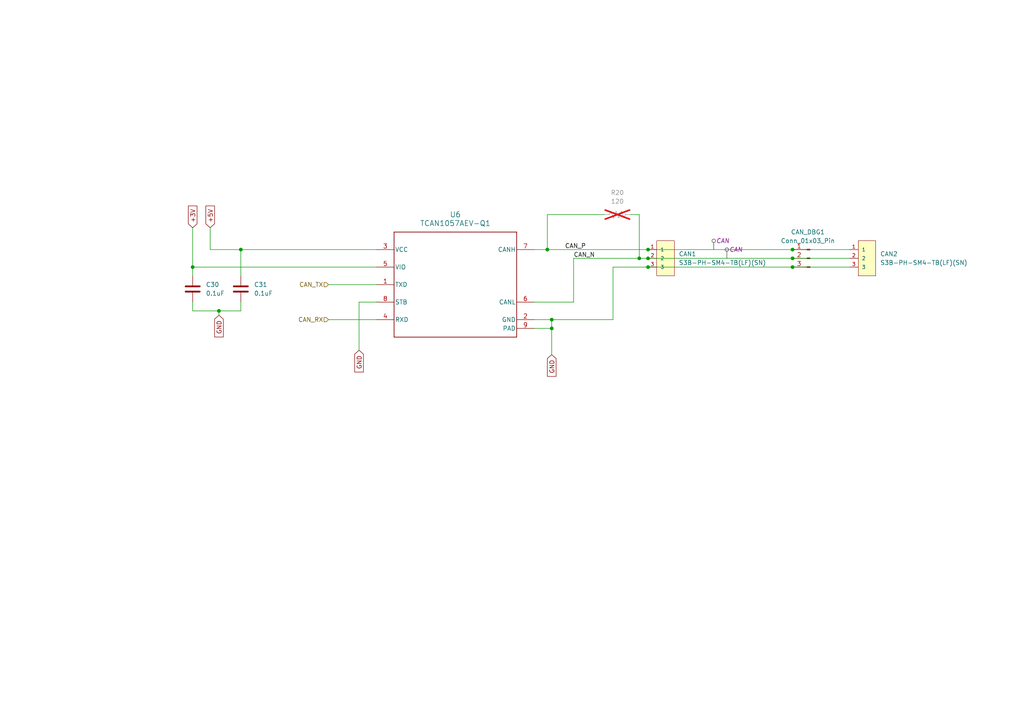
<source format=kicad_sch>
(kicad_sch (version 20231120) (generator "eeschema") (generator_version "8.0")
  (paper "A4")
  (title_block (title "moteus-x1") (rev "1"))
  (lib_symbols
    (symbol "Connector:Conn_01x03_Pin" (pin_names (offset 1.016) hide)
      (property "Reference" "J" (at 0 5.08 0))
      (property "Value" "Conn_01x03_Pin" (at 0 -5.08 0))
      (symbol "Conn_01x03_Pin_1_1"
        (polyline (pts (xy 1.27 -2.54) (xy 0.8636 -2.54)) (stroke (width 0.1524)))
        (polyline (pts (xy 1.27 0) (xy 0.8636 0)) (stroke (width 0.1524)))
        (polyline (pts (xy 1.27 2.54) (xy 0.8636 2.54)) (stroke (width 0.1524)))
        (rectangle (start 0.8636 -2.413) (end 0 -2.667) (stroke (width 0.1524)) (fill (type outline)))
        (rectangle (start 0.8636 0.127) (end 0 -0.127) (stroke (width 0.1524)) (fill (type outline)))
        (rectangle (start 0.8636 2.667) (end 0 2.413) (stroke (width 0.1524)) (fill (type outline)))
        (pin passive line (at 5.08 2.54 180) (length 3.81) (name "Pin_1") (number "1"))
        (pin passive line (at 5.08 0 180) (length 3.81) (name "Pin_2") (number "2"))
        (pin passive line (at 5.08 -2.54 180) (length 3.81) (name "Pin_3") (number "3"))
      )
    )
    (symbol "Device:C" (pin_numbers hide) (pin_names (offset 0.254))
      (property "Reference" "C" (at 0.635 2.54 0))
      (property "Value" "C" (at 0.635 -2.54 0))
      (symbol "C_0_1"
        (polyline (pts (xy -2.032 -0.762) (xy 2.032 -0.762)) (stroke (width 0.508)))
        (polyline (pts (xy -2.032 0.762) (xy 2.032 0.762)) (stroke (width 0.508)))
      )
      (symbol "C_1_1"
        (pin passive line (at 0 3.81 270) (length 2.794) (name "~") (number "1"))
        (pin passive line (at 0 -3.81 90) (length 2.794) (name "~") (number "2"))
      )
    )
    (symbol "Device:R_US" (pin_numbers hide) (pin_names (offset 0))
      (property "Reference" "R" (at 2.54 0 90))
      (property "Value" "R_US" (at -2.54 0 90))
      (symbol "R_US_0_1"
        (polyline (pts (xy 0 -2.286) (xy 0 -2.54)))
        (polyline (pts (xy 0 2.286) (xy 0 2.54)))
        (polyline (pts (xy 0 -0.762) (xy 1.016 -1.143) (xy 0 -1.524) (xy -1.016 -1.905) (xy 0 -2.286)))
        (polyline (pts (xy 0 0.762) (xy 1.016 0.381) (xy 0 0) (xy -1.016 -0.381) (xy 0 -0.762)))
        (polyline (pts (xy 0 2.286) (xy 1.016 1.905) (xy 0 1.524) (xy -1.016 1.143) (xy 0 0.762)))
      )
      (symbol "R_US_1_1"
        (pin passive line (at 0 3.81 270) (length 1.27) (name "~") (number "1"))
        (pin passive line (at 0 -3.81 90) (length 1.27) (name "~") (number "2"))
      )
    )
    (symbol "moteus:S3B-PH-SM4-TB(LF)(SN)" (pin_names (offset 1.016))
      (property "Reference" "J" (at -2.542 5.084 0))
      (property "Value" "S3B-PH-SM4-TB(LF)(SN)" (at -2.5434 -7.63 0))
      (symbol "S3B-PH-SM4-TB(LF)(SN)_0_0"
        (rectangle (start -2.54 -5.08) (end 2.54 5.08) (stroke (width 0.127)) (fill (type background)))
        (pin passive line (at -5.08 2.54 0) (length 2.54) (name "1") (number "1"))
        (pin passive line (at -5.08 0 0) (length 2.54) (name "2") (number "2"))
        (pin passive line (at -5.08 -2.54 0) (length 2.54) (name "3") (number "3"))
      )
    )
    (symbol "moteus:TCAN1042HGVDRBRQ1" (pin_names (offset 0.254))
      (property "Reference" "U" (at 0 2.54 0))
      (property "Value" "TCAN1042HGVDRBRQ1" (at 0 0 0))
      (symbol "TCAN1042HGVDRBRQ1_0_1"
        (polyline (pts (xy -17.78 -15.24) (xy 17.78 -15.24)) (stroke (width 0.2032)))
        (polyline (pts (xy -17.78 15.24) (xy -17.78 -15.24)) (stroke (width 0.2032)))
        (polyline (pts (xy 17.78 -15.24) (xy 17.78 15.24)) (stroke (width 0.2032)))
        (polyline (pts (xy 17.78 15.24) (xy -17.78 15.24)) (stroke (width 0.2032)))
        (pin input line (at -22.86 0 0) (length 5.08) (name "TXD") (number "1"))
        (pin power_in line (at 22.86 -10.16 180) (length 5.08) (name "GND") (number "2"))
        (pin power_in line (at -22.86 10.16 0) (length 5.08) (name "VCC") (number "3"))
        (pin output line (at -22.86 -10.16 0) (length 5.08) (name "RXD") (number "4"))
        (pin power_in line (at -22.86 5.08 0) (length 5.08) (name "VIO") (number "5"))
        (pin bidirectional line (at 22.86 -5.08 180) (length 5.08) (name "CANL") (number "6"))
        (pin bidirectional line (at 22.86 10.16 180) (length 5.08) (name "CANH") (number "7"))
        (pin input line (at -22.86 -5.08 0) (length 5.08) (name "STB") (number "8"))
        (pin power_in line (at 22.86 -12.7 180) (length 5.08) (name "PAD") (number "9"))
      )
    )
  )
  (junction (at 158.75 72.39))
  (junction (at 160.02 92.71))
  (junction (at 187.96 74.93))
  (junction (at 69.85 72.39))
  (junction (at 63.5 90.17))
  (junction (at 229.87 77.47))
  (junction (at 160.02 95.25))
  (junction (at 55.88 77.47))
  (junction (at 185.42 74.93))
  (junction (at 229.87 74.93))
  (junction (at 229.87 72.39))
  (junction (at 187.96 72.39))
  (junction (at 187.96 77.47))
  (wire (pts (xy 229.87 77.47) (xy 246.38 77.47)))
  (wire (pts (xy 55.88 66.04) (xy 55.88 77.47)))
  (wire (pts (xy 154.94 72.39) (xy 158.75 72.39)))
  (wire (pts (xy 160.02 95.25) (xy 160.02 92.71)))
  (wire (pts (xy 158.75 62.23) (xy 158.75 72.39)))
  (wire (pts (xy 185.42 62.23) (xy 185.42 74.93)))
  (wire (pts (xy 69.85 87.63) (xy 69.85 90.17)))
  (wire (pts (xy 95.25 92.71) (xy 109.22 92.71)))
  (wire (pts (xy 154.94 87.63) (xy 166.37 87.63)))
  (wire (pts (xy 158.75 72.39) (xy 187.96 72.39)))
  (wire (pts (xy 229.87 74.93) (xy 246.38 74.93)))
  (wire (pts (xy 69.85 90.17) (xy 63.5 90.17)))
  (wire (pts (xy 166.37 87.63) (xy 166.37 74.93)))
  (wire (pts (xy 55.88 87.63) (xy 55.88 90.17)))
  (wire (pts (xy 185.42 74.93) (xy 187.96 74.93)))
  (wire (pts (xy 158.75 62.23) (xy 175.26 62.23)))
  (wire (pts (xy 55.88 77.47) (xy 55.88 80.01)))
  (wire (pts (xy 55.88 90.17) (xy 63.5 90.17)))
  (wire (pts (xy 182.88 62.23) (xy 185.42 62.23)))
  (wire (pts (xy 187.96 77.47) (xy 229.87 77.47)))
  (wire (pts (xy 104.14 87.63) (xy 109.22 87.63)))
  (wire (pts (xy 63.5 90.17) (xy 63.5 91.44)))
  (wire (pts (xy 104.14 101.6) (xy 104.14 87.63)))
  (wire (pts (xy 160.02 102.87) (xy 160.02 95.25)))
  (wire (pts (xy 187.96 74.93) (xy 229.87 74.93)))
  (wire (pts (xy 166.37 74.93) (xy 185.42 74.93)))
  (wire (pts (xy 160.02 95.25) (xy 154.94 95.25)))
  (wire (pts (xy 177.8 92.71) (xy 177.8 77.47)))
  (wire (pts (xy 69.85 72.39) (xy 109.22 72.39)))
  (wire (pts (xy 60.96 66.04) (xy 60.96 72.39)))
  (wire (pts (xy 177.8 77.47) (xy 187.96 77.47)))
  (wire (pts (xy 60.96 72.39) (xy 69.85 72.39)))
  (wire (pts (xy 187.96 72.39) (xy 229.87 72.39)))
  (wire (pts (xy 95.25 82.55) (xy 109.22 82.55)))
  (wire (pts (xy 160.02 92.71) (xy 177.8 92.71)))
  (wire (pts (xy 69.85 72.39) (xy 69.85 80.01)))
  (wire (pts (xy 55.88 77.47) (xy 109.22 77.47)))
  (wire (pts (xy 229.87 72.39) (xy 246.38 72.39)))
  (wire (pts (xy 160.02 92.71) (xy 154.94 92.71)))
  (label "CAN_N" (at 166.37 74.93 0))
  (label "CAN_P" (at 163.83 72.39 0))
  (global_label "GND" (shape input) (at 160.02 102.87 270) (property "Intersheetrefs" "${INTERSHEET_REFS}" (effects (hide yes))))
  (global_label "GND" (shape input) (at 63.5 91.44 270) (property "Intersheetrefs" "${INTERSHEET_REFS}" (effects (hide yes))))
  (global_label "+3V" (shape input) (at 55.88 66.04 90) (property "Intersheetrefs" "${INTERSHEET_REFS}" (effects (hide yes))))
  (global_label "+5V" (shape input) (at 60.96 66.04 90) (property "Intersheetrefs" "${INTERSHEET_REFS}" (effects (hide yes))))
  (global_label "GND" (shape input) (at 104.14 101.6 270) (property "Intersheetrefs" "${INTERSHEET_REFS}" (effects (hide yes))))
  (hierarchical_label "CAN_TX" (shape input) (at 95.25 82.55 180))
  (hierarchical_label "CAN_RX" (shape input) (at 95.25 92.71 180))
  (netclass_flag "" (length 2.54) (shape round) (at 210.82 74.93 0) (property "Netclass" "CAN" (at 211.5185 72.39 0) (effects (font (italic yes)) (justify left))))
  (netclass_flag "" (length 2.54) (shape round) (at 207.01 72.39 0) (property "Netclass" "CAN" (at 207.7085 69.85 0) (effects (font (italic yes)) (justify left))))
  (symbol (lib_id "moteus:S3B-PH-SM4-TB(LF)(SN)") (at 251.46 74.93 0) (unit 1)
    (property "Reference" "CAN2" (at 255.27 73.66 0) (effects (justify left)))
    (property "Value" "S3B-PH-SM4-TB(LF)(SN)" (at 255.27 76.2 0) (effects (justify left)))
    (property "Footprint" "moteus:JST_S3B-PH-SM4-TB(LF)(SN)" (effects (hide yes)))
    (property "MF" "JST" (effects (hide yes)))
    (property "MPN" "S3B-PH-SM4-TB(LF)(SN)" (effects (hide yes)))
    (property "POPULATE" "1" (effects (hide yes)))
  )
  (symbol (lib_id "moteus:S3B-PH-SM4-TB(LF)(SN)") (at 193.04 74.93 0) (unit 1)
    (property "Reference" "CAN1" (at 196.85 73.66 0) (effects (justify left)))
    (property "Value" "S3B-PH-SM4-TB(LF)(SN)" (at 196.85 76.2 0) (effects (justify left)))
    (property "Footprint" "moteus:JST_S3B-PH-SM4-TB(LF)(SN)" (effects (hide yes)))
    (property "MF" "JST" (effects (hide yes)))
    (property "MPN" "S3B-PH-SM4-TB(LF)(SN)" (effects (hide yes)))
    (property "POPULATE" "1" (effects (hide yes)))
  )
  (symbol (lib_id "moteus:TCAN1042HGVDRBRQ1") (at 132.08 82.55 0) (unit 1)
    (property "Reference" "U6" (at 132.08 62.23 0) (effects (font (size 1.524 1.524))))
    (property "Value" "TCAN1057AEV-Q1" (at 132.08 64.77 0) (effects (font (size 1.524 1.524))))
    (property "Footprint" "moteus:SOIC-8_3.9x4.9mm_P1.27mm" (effects (hide yes)))
    (property "Datasheet" "TCAN1057AEVDRQ1" (effects (hide yes)))
    (property "MPN" "TCAN1057AEVDRQ1" (effects (hide yes)))
    (property "MF" "TI" (effects (hide yes)))
    (property "POPULATE" "1" (effects (hide yes)))
  )
  (symbol (lib_id "Device:C") (at 69.85 83.82 0) (unit 1)
    (property "Reference" "C31" (at 73.66 82.55 0) (effects (justify left)))
    (property "Value" "0.1uF" (at 73.66 85.09 0) (effects (justify left)))
    (property "Footprint" "Capacitor_SMD:C_0402_1005Metric" (effects (hide yes)))
    (property "MPN" "MF-CAP-0402-0.1uF" (effects (hide yes)))
    (property "POPULATE" "1" (effects (hide yes)))
  )
  (symbol (lib_id "Device:C") (at 55.88 83.82 0) (unit 1)
    (property "Reference" "C30" (at 59.69 82.55 0) (effects (justify left)))
    (property "Value" "0.1uF" (at 59.69 85.09 0) (effects (justify left)))
    (property "Footprint" "Capacitor_SMD:C_0402_1005Metric" (effects (hide yes)))
    (property "MPN" "MF-CAP-0402-0.1uF" (effects (hide yes)))
    (property "POPULATE" "1" (effects (hide yes)))
  )
  (symbol (lib_id "Device:R_US") (at 179.07 62.23 90) (unit 1) (dnp yes)
    (property "Reference" "R20" (at 179.07 55.88 90))
    (property "Value" "120" (at 179.07 58.42 90))
    (property "Footprint" "Resistor_SMD:R_0603_1608Metric" (effects (hide yes)))
    (property "POPULATE" "0" (effects (hide yes)))
  )
  (symbol (lib_id "Connector:Conn_01x03_Pin") (at 234.95 74.93 0) (mirror y) (unit 1) (in_bom no)
    (property "Reference" "CAN_DBG1" (at 234.315 67.31 0))
    (property "Value" "Conn_01x03_Pin" (at 234.315 69.85 0))
    (property "Footprint" "Connector_PinHeader_2.00mm:PinHeader_1x03_P2.00mm_Vertical" (effects (hide yes)))
  )
)
</source>
